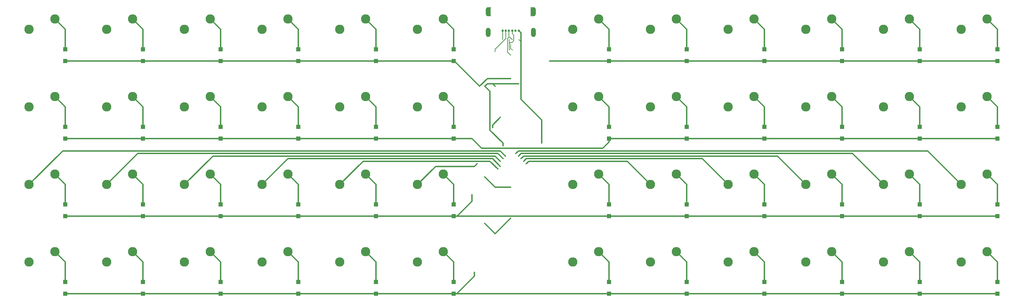
<source format=gbl>
G04 #@! TF.GenerationSoftware,KiCad,Pcbnew,(5.1.2)-2*
G04 #@! TF.CreationDate,2019-06-29T16:51:37+09:00*
G04 #@! TF.ProjectId,pcb,7063622e-6b69-4636-9164-5f7063625858,rev?*
G04 #@! TF.SameCoordinates,Original*
G04 #@! TF.FileFunction,Copper,L2,Bot*
G04 #@! TF.FilePolarity,Positive*
%FSLAX46Y46*%
G04 Gerber Fmt 4.6, Leading zero omitted, Abs format (unit mm)*
G04 Created by KiCad (PCBNEW (5.1.2)-2) date 2019-06-29 16:51:37*
%MOMM*%
%LPD*%
G04 APERTURE LIST*
%ADD10C,2.286000*%
%ADD11C,0.600000*%
%ADD12O,1.200000X2.300000*%
%ADD13R,0.250000X2.300000*%
%ADD14R,0.650000X0.260000*%
%ADD15R,1.100000X1.100000*%
%ADD16C,0.304800*%
%ADD17C,0.203200*%
%ADD18C,0.304800*%
%ADD19C,0.152400*%
G04 APERTURE END LIST*
D10*
X94615000Y-33020000D03*
X88265000Y-35560000D03*
X31115000Y-35560000D03*
X37465000Y-33020000D03*
X56515000Y-33020000D03*
X50165000Y-35560000D03*
X69215000Y-35560000D03*
X75565000Y-33020000D03*
X107315000Y-35560000D03*
X113665000Y-33020000D03*
X132715000Y-33020000D03*
X126365000Y-35560000D03*
X126365000Y-54610000D03*
X132715000Y-52070000D03*
D11*
X151225000Y-35877500D03*
X150425000Y-35877500D03*
X149625000Y-35877500D03*
X148825000Y-35877500D03*
X148025000Y-35877500D03*
X147225000Y-35877500D03*
D12*
X154775000Y-36327500D03*
X143675000Y-36327500D03*
X154775000Y-31277500D03*
X143675000Y-31277500D03*
D13*
X154195000Y-31277500D03*
D14*
X154445000Y-32297500D03*
X154445000Y-30257500D03*
D13*
X144255000Y-31277500D03*
D14*
X144055000Y-30257500D03*
X144055000Y-32297500D03*
D15*
X40005000Y-40510000D03*
X40005000Y-43310000D03*
X59055000Y-40510000D03*
X59055000Y-43310000D03*
X78105000Y-40510000D03*
X78105000Y-43310000D03*
X97155000Y-43310000D03*
X97155000Y-40510000D03*
X116205000Y-43310000D03*
X116205000Y-40510000D03*
X135255000Y-43310000D03*
X135255000Y-40510000D03*
X173355000Y-43310000D03*
X173355000Y-40510000D03*
X192405000Y-40510000D03*
X192405000Y-43310000D03*
X211455000Y-40510000D03*
X211455000Y-43310000D03*
X230505000Y-43310000D03*
X230505000Y-40510000D03*
X249555000Y-40510000D03*
X249555000Y-43310000D03*
X268605000Y-40510000D03*
X268605000Y-43310000D03*
X40005000Y-62360000D03*
X40005000Y-59560000D03*
X59055000Y-62360000D03*
X59055000Y-59560000D03*
X78105000Y-62360000D03*
X78105000Y-59560000D03*
X97155000Y-62360000D03*
X97155000Y-59560000D03*
X116205000Y-59560000D03*
X116205000Y-62360000D03*
X135255000Y-62360000D03*
X135255000Y-59560000D03*
X173355000Y-62360000D03*
X173355000Y-59560000D03*
X192405000Y-59560000D03*
X192405000Y-62360000D03*
X211455000Y-59560000D03*
X211455000Y-62360000D03*
X230505000Y-59560000D03*
X230505000Y-62360000D03*
X249555000Y-62360000D03*
X249555000Y-59560000D03*
X268605000Y-59560000D03*
X268605000Y-62360000D03*
X40005000Y-78610000D03*
X40005000Y-81410000D03*
X59055000Y-81410000D03*
X59055000Y-78610000D03*
X78105000Y-78610000D03*
X78105000Y-81410000D03*
X97155000Y-81410000D03*
X97155000Y-78610000D03*
X116205000Y-81410000D03*
X116205000Y-78610000D03*
X135255000Y-78610000D03*
X135255000Y-81410000D03*
X173355000Y-78610000D03*
X173355000Y-81410000D03*
X192405000Y-81410000D03*
X192405000Y-78610000D03*
X211455000Y-81410000D03*
X211455000Y-78610000D03*
X230505000Y-78610000D03*
X230505000Y-81410000D03*
X249555000Y-78610000D03*
X249555000Y-81410000D03*
X268605000Y-78610000D03*
X268605000Y-81410000D03*
X40005000Y-97660000D03*
X40005000Y-100460000D03*
X59055000Y-100460000D03*
X59055000Y-97660000D03*
X78105000Y-97660000D03*
X78105000Y-100460000D03*
X97155000Y-100460000D03*
X97155000Y-97660000D03*
X116205000Y-100460000D03*
X116205000Y-97660000D03*
X135255000Y-97660000D03*
X135255000Y-100460000D03*
X173355000Y-100460000D03*
X173355000Y-97660000D03*
X192405000Y-97660000D03*
X192405000Y-100460000D03*
X211455000Y-100460000D03*
X211455000Y-97660000D03*
X230505000Y-97660000D03*
X230505000Y-100460000D03*
X249555000Y-100460000D03*
X249555000Y-97660000D03*
X268605000Y-100460000D03*
X268605000Y-97660000D03*
D10*
X164465000Y-35560000D03*
X170815000Y-33020000D03*
X189865000Y-33020000D03*
X183515000Y-35560000D03*
X208915000Y-33020000D03*
X202565000Y-35560000D03*
X221615000Y-35560000D03*
X227965000Y-33020000D03*
X240665000Y-35560000D03*
X247015000Y-33020000D03*
X266065000Y-33020000D03*
X259715000Y-35560000D03*
X37465000Y-52070000D03*
X31115000Y-54610000D03*
X50165000Y-54610000D03*
X56515000Y-52070000D03*
X75565000Y-52070000D03*
X69215000Y-54610000D03*
X88265000Y-54610000D03*
X94615000Y-52070000D03*
X113665000Y-52070000D03*
X107315000Y-54610000D03*
X164465000Y-54610000D03*
X170815000Y-52070000D03*
X183515000Y-54610000D03*
X189865000Y-52070000D03*
X208915000Y-52070000D03*
X202565000Y-54610000D03*
X221615000Y-54610000D03*
X227965000Y-52070000D03*
X240665000Y-54610000D03*
X247015000Y-52070000D03*
X266065000Y-52070000D03*
X259715000Y-54610000D03*
X31115000Y-73660000D03*
X37465000Y-71120000D03*
X56515000Y-71120000D03*
X50165000Y-73660000D03*
X69215000Y-73660000D03*
X75565000Y-71120000D03*
X94615000Y-71120000D03*
X88265000Y-73660000D03*
X107315000Y-73660000D03*
X113665000Y-71120000D03*
X132715000Y-71120000D03*
X126365000Y-73660000D03*
X170815000Y-71120000D03*
X164465000Y-73660000D03*
X189865000Y-71120000D03*
X183515000Y-73660000D03*
X208915000Y-71120000D03*
X202565000Y-73660000D03*
X221615000Y-73660000D03*
X227965000Y-71120000D03*
X247015000Y-71120000D03*
X240665000Y-73660000D03*
X259715000Y-73660000D03*
X266065000Y-71120000D03*
X37465000Y-90170000D03*
X31115000Y-92710000D03*
X50165000Y-92710000D03*
X56515000Y-90170000D03*
X75565000Y-90170000D03*
X69215000Y-92710000D03*
X88265000Y-92710000D03*
X94615000Y-90170000D03*
X113665000Y-90170000D03*
X107315000Y-92710000D03*
X126365000Y-92710000D03*
X132715000Y-90170000D03*
X170815000Y-90170000D03*
X164465000Y-92710000D03*
X183515000Y-92710000D03*
X189865000Y-90170000D03*
X202565000Y-92710000D03*
X208915000Y-90170000D03*
X227965000Y-90170000D03*
X221615000Y-92710000D03*
X240665000Y-92710000D03*
X247015000Y-90170000D03*
X266065000Y-90170000D03*
X259715000Y-92710000D03*
D16*
X142875000Y-49530000D03*
X145415000Y-49530000D03*
X151130000Y-48895000D03*
X144145000Y-59690000D03*
X142875000Y-71755000D03*
X149225000Y-74295000D03*
X145415000Y-85725000D03*
X149225000Y-81915000D03*
X147320000Y-64135000D03*
X142875000Y-83185000D03*
D17*
X147225000Y-38100000D03*
X151225000Y-38100000D03*
D16*
X151765000Y-52705000D03*
X156845000Y-63500000D03*
X158750000Y-43310000D03*
X149225000Y-47625000D03*
X141605000Y-49530000D03*
X139700000Y-62360000D03*
X139700000Y-76200000D03*
X140335000Y-95250000D03*
D17*
X148844000Y-38100000D03*
X148844000Y-40640000D03*
X149606000Y-38100000D03*
X149225000Y-41910000D03*
X145415000Y-41021000D03*
X149606000Y-40640000D03*
X149225000Y-39370000D03*
D16*
X144780000Y-59690000D03*
X146685000Y-57150000D03*
X147955000Y-66675000D03*
X147320000Y-67310000D03*
X146685000Y-67945000D03*
X146685000Y-69215000D03*
X146050000Y-69850000D03*
X140970000Y-68580000D03*
X153035000Y-68580000D03*
X152400000Y-67945000D03*
X151765000Y-67310000D03*
X151130000Y-66675000D03*
X150495000Y-66040000D03*
D18*
X142875000Y-49530000D02*
X143510000Y-48895000D01*
X143510000Y-48895000D02*
X144780000Y-48895000D01*
X144780000Y-48895000D02*
X145415000Y-49530000D01*
X144780000Y-48895000D02*
X151130000Y-48895000D01*
X144145000Y-59690000D02*
X144145000Y-50800000D01*
X144145000Y-50800000D02*
X142875000Y-49530000D01*
X145415000Y-74295000D02*
X142875000Y-71755000D01*
X149225000Y-74295000D02*
X145415000Y-74295000D01*
X145415000Y-85725000D02*
X149225000Y-81915000D01*
X147320000Y-64135000D02*
X147320000Y-63500000D01*
X147320000Y-63500000D02*
X144145000Y-60325000D01*
X144145000Y-60325000D02*
X144145000Y-59690000D01*
X142875000Y-83185000D02*
X145415000Y-85725000D01*
D19*
X147225000Y-35877500D02*
X147225000Y-37624000D01*
X147225000Y-35877500D02*
X147225000Y-38100000D01*
D18*
X151765000Y-36417500D02*
X151225000Y-35877500D01*
D19*
X151765000Y-38640000D02*
X151765000Y-38735000D01*
X151225000Y-38100000D02*
X151765000Y-38640000D01*
D18*
X151765000Y-52705000D02*
X151765000Y-38735000D01*
X151765000Y-38735000D02*
X151765000Y-36417500D01*
X156845000Y-57785000D02*
X151765000Y-52705000D01*
X156845000Y-63500000D02*
X156845000Y-57785000D01*
X40005000Y-35560000D02*
X37465000Y-33020000D01*
X40005000Y-40510000D02*
X40005000Y-35560000D01*
X115139322Y-43310000D02*
X135255000Y-43310000D01*
X40005000Y-43310000D02*
X115139322Y-43310000D01*
X173355000Y-43310000D02*
X268605000Y-43310000D01*
X173355000Y-43310000D02*
X158750000Y-43310000D01*
X135385000Y-43310000D02*
X135255000Y-43310000D01*
X141605000Y-49530000D02*
X135385000Y-43310000D01*
X143510000Y-47625000D02*
X141605000Y-49530000D01*
X149225000Y-47625000D02*
X143510000Y-47625000D01*
X59055000Y-35560000D02*
X56515000Y-33020000D01*
X59055000Y-40510000D02*
X59055000Y-35560000D01*
X78105000Y-35560000D02*
X75565000Y-33020000D01*
X78105000Y-40510000D02*
X78105000Y-35560000D01*
X97155000Y-35560000D02*
X94615000Y-33020000D01*
X97155000Y-40510000D02*
X97155000Y-35560000D01*
X116205000Y-35560000D02*
X113665000Y-33020000D01*
X116205000Y-40510000D02*
X116205000Y-35560000D01*
X135255000Y-35560000D02*
X132715000Y-33020000D01*
X135255000Y-40510000D02*
X135255000Y-35560000D01*
X173355000Y-35560000D02*
X170815000Y-33020000D01*
X173355000Y-40510000D02*
X173355000Y-35560000D01*
X192405000Y-35560000D02*
X189865000Y-33020000D01*
X192405000Y-40510000D02*
X192405000Y-35560000D01*
X211455000Y-35560000D02*
X208915000Y-33020000D01*
X211455000Y-40510000D02*
X211455000Y-35560000D01*
X230505000Y-35560000D02*
X227965000Y-33020000D01*
X230505000Y-40510000D02*
X230505000Y-35560000D01*
X249555000Y-35560000D02*
X247015000Y-33020000D01*
X249555000Y-40510000D02*
X249555000Y-35560000D01*
X268605000Y-35560000D02*
X266065000Y-33020000D01*
X268605000Y-40510000D02*
X268605000Y-35560000D01*
X40005000Y-62360000D02*
X135255000Y-62360000D01*
X268605000Y-62360000D02*
X173355000Y-62360000D01*
X135255000Y-62360000D02*
X139700000Y-62360000D01*
X142110000Y-64770000D02*
X139700000Y-62360000D01*
X171799800Y-64770000D02*
X142110000Y-64770000D01*
X173355000Y-63214800D02*
X171799800Y-64770000D01*
X173355000Y-62360000D02*
X173355000Y-63214800D01*
X40005000Y-54610000D02*
X37465000Y-52070000D01*
X40005000Y-59560000D02*
X40005000Y-54610000D01*
X59055000Y-54610000D02*
X56515000Y-52070000D01*
X59055000Y-59560000D02*
X59055000Y-54610000D01*
X78105000Y-54610000D02*
X75565000Y-52070000D01*
X78105000Y-59560000D02*
X78105000Y-54610000D01*
X97155000Y-54610000D02*
X94615000Y-52070000D01*
X97155000Y-59560000D02*
X97155000Y-54610000D01*
X116205000Y-54610000D02*
X113665000Y-52070000D01*
X116205000Y-59560000D02*
X116205000Y-54610000D01*
X135255000Y-54610000D02*
X132715000Y-52070000D01*
X135255000Y-59560000D02*
X135255000Y-54610000D01*
X173355000Y-54610000D02*
X170815000Y-52070000D01*
X173355000Y-59560000D02*
X173355000Y-54610000D01*
X192405000Y-54610000D02*
X189865000Y-52070000D01*
X192405000Y-59560000D02*
X192405000Y-54610000D01*
X211455000Y-54610000D02*
X208915000Y-52070000D01*
X211455000Y-59560000D02*
X211455000Y-54610000D01*
X230505000Y-54610000D02*
X227965000Y-52070000D01*
X230505000Y-59560000D02*
X230505000Y-54610000D01*
X249555000Y-54610000D02*
X247015000Y-52070000D01*
X249555000Y-59560000D02*
X249555000Y-54610000D01*
X268605000Y-54610000D02*
X266065000Y-52070000D01*
X268605000Y-59560000D02*
X268605000Y-54610000D01*
X40005000Y-73660000D02*
X37465000Y-71120000D01*
X40005000Y-78610000D02*
X40005000Y-73660000D01*
X40005000Y-81410000D02*
X135255000Y-81410000D01*
X173355000Y-81410000D02*
X268605000Y-81410000D01*
X173355000Y-81410000D02*
X135255000Y-81410000D01*
X136109800Y-81410000D02*
X135255000Y-81410000D01*
X139700000Y-77819800D02*
X136109800Y-81410000D01*
X139700000Y-76200000D02*
X139700000Y-77819800D01*
X59055000Y-73660000D02*
X56515000Y-71120000D01*
X59055000Y-78610000D02*
X59055000Y-73660000D01*
X78105000Y-73660000D02*
X75565000Y-71120000D01*
X78105000Y-78610000D02*
X78105000Y-73660000D01*
X97155000Y-73660000D02*
X94615000Y-71120000D01*
X97155000Y-78610000D02*
X97155000Y-73660000D01*
X116205000Y-73660000D02*
X113665000Y-71120000D01*
X116205000Y-78610000D02*
X116205000Y-73660000D01*
X135255000Y-73660000D02*
X132715000Y-71120000D01*
X135255000Y-78610000D02*
X135255000Y-73660000D01*
X173355000Y-73660000D02*
X170815000Y-71120000D01*
X173355000Y-78610000D02*
X173355000Y-73660000D01*
X192405000Y-73660000D02*
X189865000Y-71120000D01*
X192405000Y-78610000D02*
X192405000Y-73660000D01*
X211455000Y-73660000D02*
X208915000Y-71120000D01*
X211455000Y-78610000D02*
X211455000Y-73660000D01*
X230505000Y-73660000D02*
X227965000Y-71120000D01*
X230505000Y-78610000D02*
X230505000Y-73660000D01*
X249555000Y-73660000D02*
X247015000Y-71120000D01*
X249555000Y-78610000D02*
X249555000Y-73660000D01*
X268605000Y-73660000D02*
X266065000Y-71120000D01*
X268605000Y-78610000D02*
X268605000Y-73660000D01*
X40005000Y-92710000D02*
X37465000Y-90170000D01*
X40005000Y-97660000D02*
X40005000Y-92710000D01*
X40005000Y-100460000D02*
X135255000Y-100460000D01*
X268605000Y-100460000D02*
X173355000Y-100460000D01*
X173355000Y-100460000D02*
X158750000Y-100460000D01*
X139700000Y-100460000D02*
X159385000Y-100460000D01*
X135255000Y-100330000D02*
X135255000Y-100460000D01*
X140335000Y-96145000D02*
X136020000Y-100460000D01*
X140335000Y-95250000D02*
X140335000Y-96145000D01*
X135255000Y-100460000D02*
X136020000Y-100460000D01*
X136020000Y-100460000D02*
X139700000Y-100460000D01*
X59055000Y-92710000D02*
X56515000Y-90170000D01*
X59055000Y-97660000D02*
X59055000Y-92710000D01*
X78105000Y-92710000D02*
X75565000Y-90170000D01*
X78105000Y-97660000D02*
X78105000Y-92710000D01*
X97155000Y-92710000D02*
X94615000Y-90170000D01*
X97155000Y-97660000D02*
X97155000Y-92710000D01*
X116205000Y-92710000D02*
X113665000Y-90170000D01*
X116205000Y-97660000D02*
X116205000Y-92710000D01*
X135255000Y-92710000D02*
X132715000Y-90170000D01*
X135255000Y-97660000D02*
X135255000Y-92710000D01*
X173355000Y-92710000D02*
X170815000Y-90170000D01*
X173355000Y-97660000D02*
X173355000Y-92710000D01*
X192405000Y-92710000D02*
X189865000Y-90170000D01*
X192405000Y-97660000D02*
X192405000Y-92710000D01*
X211455000Y-92710000D02*
X208915000Y-90170000D01*
X211455000Y-97660000D02*
X211455000Y-92710000D01*
X230505000Y-92710000D02*
X227965000Y-90170000D01*
X230505000Y-97660000D02*
X230505000Y-92710000D01*
X249555000Y-92710000D02*
X247015000Y-90170000D01*
X249555000Y-97660000D02*
X249555000Y-92710000D01*
X268605000Y-92710000D02*
X266065000Y-90170000D01*
X268605000Y-97660000D02*
X268605000Y-92710000D01*
D19*
X148844000Y-39370000D02*
X148844000Y-40640000D01*
X148844000Y-39318854D02*
X148844000Y-39370000D01*
X148844000Y-38100000D02*
X148844000Y-38608000D01*
X149625000Y-36595000D02*
X149987000Y-36957000D01*
X149625000Y-35877500D02*
X149625000Y-36595000D01*
X148844000Y-38608000D02*
X148844000Y-38989000D01*
X148844000Y-39116000D02*
X149225000Y-38735000D01*
X148844000Y-39116000D02*
X148844000Y-39370000D01*
X148844000Y-38989000D02*
X148844000Y-39116000D01*
X149225000Y-38735000D02*
X149606000Y-38735000D01*
X149606000Y-38735000D02*
X149987000Y-38354000D01*
X149987000Y-38354000D02*
X149987000Y-37973000D01*
X149987000Y-36957000D02*
X149987000Y-37973000D01*
X149987000Y-37973000D02*
X149987000Y-38278146D01*
X148825000Y-35877500D02*
X148825000Y-37484000D01*
X148990000Y-37484000D02*
X149098000Y-37592000D01*
X148825000Y-37484000D02*
X148990000Y-37484000D01*
X149606000Y-38100000D02*
X149098000Y-37592000D01*
X148825000Y-37484000D02*
X148463000Y-37846000D01*
X148463000Y-41148000D02*
X149225000Y-41910000D01*
X148463000Y-40513000D02*
X148463000Y-41148000D01*
X148463000Y-40513000D02*
X148463000Y-40818146D01*
X148463000Y-37846000D02*
X148463000Y-40513000D01*
X145415000Y-40469146D02*
X145415000Y-41021000D01*
X148025000Y-37859146D02*
X145415000Y-40469146D01*
X148025000Y-35877500D02*
X148025000Y-37859146D01*
X149606000Y-40640000D02*
X149225000Y-40259000D01*
X149225000Y-40259000D02*
X149225000Y-39370000D01*
D18*
X144780000Y-59055000D02*
X146685000Y-57150000D01*
X144780000Y-59690000D02*
X144780000Y-59055000D01*
X31115000Y-73660000D02*
X39370000Y-65405000D01*
X39370000Y-65405000D02*
X146128908Y-65405000D01*
X146128908Y-65405000D02*
X146685000Y-65405000D01*
X146685000Y-65405000D02*
X147955000Y-66675000D01*
X50165000Y-73660000D02*
X57785000Y-66040000D01*
X57785000Y-66040000D02*
X145493908Y-66040000D01*
X145493908Y-66040000D02*
X146050000Y-66040000D01*
X146050000Y-66040000D02*
X147320000Y-67310000D01*
X69215000Y-73660000D02*
X76200000Y-66675000D01*
X76200000Y-66675000D02*
X144858908Y-66675000D01*
X144858908Y-66675000D02*
X145415000Y-66675000D01*
X145415000Y-66675000D02*
X146685000Y-67945000D01*
X88265000Y-73660000D02*
X94615000Y-67310000D01*
X94615000Y-67310000D02*
X144223908Y-67310000D01*
X144223908Y-67310000D02*
X144780000Y-67310000D01*
X144780000Y-67310000D02*
X146685000Y-69215000D01*
X144145000Y-67945000D02*
X113030000Y-67945000D01*
X107315000Y-73660000D02*
X113030000Y-67945000D01*
X146050000Y-69850000D02*
X144145000Y-67945000D01*
X126365000Y-73660000D02*
X130810000Y-69215000D01*
X130810000Y-69215000D02*
X137160000Y-69215000D01*
X140335000Y-69215000D02*
X139065000Y-69215000D01*
X140970000Y-68580000D02*
X140335000Y-69215000D01*
X137160000Y-69215000D02*
X139065000Y-69215000D01*
X139065000Y-69215000D02*
X139700000Y-69215000D01*
X179070000Y-69215000D02*
X183515000Y-73660000D01*
X177800000Y-67945000D02*
X179070000Y-69215000D01*
X153670000Y-67945000D02*
X177800000Y-67945000D01*
X153035000Y-68580000D02*
X153670000Y-67945000D01*
X202565000Y-73660000D02*
X196215000Y-67310000D01*
X196215000Y-67310000D02*
X153591092Y-67310000D01*
X153591092Y-67310000D02*
X153035000Y-67310000D01*
X153035000Y-67310000D02*
X152400000Y-67945000D01*
X221615000Y-73660000D02*
X214630000Y-66675000D01*
X214630000Y-66675000D02*
X152956092Y-66675000D01*
X152956092Y-66675000D02*
X152400000Y-66675000D01*
X152400000Y-66675000D02*
X151765000Y-67310000D01*
X240665000Y-73660000D02*
X233045000Y-66040000D01*
X233045000Y-66040000D02*
X152321092Y-66040000D01*
X152321092Y-66040000D02*
X151765000Y-66040000D01*
X151765000Y-66040000D02*
X151130000Y-66675000D01*
X259715000Y-73660000D02*
X251460000Y-65405000D01*
X251460000Y-65405000D02*
X151686092Y-65405000D01*
X151686092Y-65405000D02*
X151130000Y-65405000D01*
X151130000Y-65405000D02*
X150495000Y-66040000D01*
M02*

</source>
